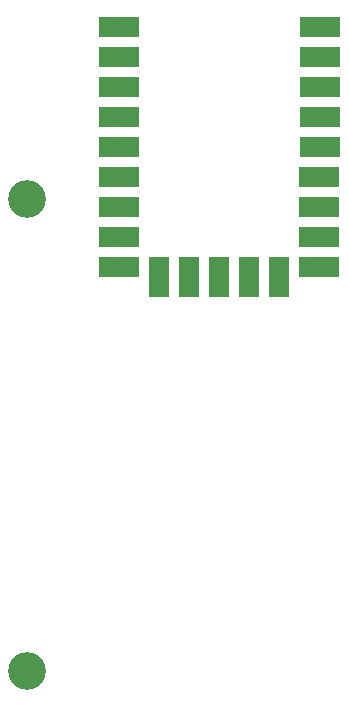
<source format=gbr>
G04 #@! TF.GenerationSoftware,KiCad,Pcbnew,8.0.6*
G04 #@! TF.CreationDate,2024-11-16T10:55:05+01:00*
G04 #@! TF.ProjectId,MCUPCB,4d435550-4342-42e6-9b69-6361645f7063,rev?*
G04 #@! TF.SameCoordinates,Original*
G04 #@! TF.FileFunction,Soldermask,Bot*
G04 #@! TF.FilePolarity,Negative*
%FSLAX46Y46*%
G04 Gerber Fmt 4.6, Leading zero omitted, Abs format (unit mm)*
G04 Created by KiCad (PCBNEW 8.0.6) date 2024-11-16 10:55:05*
%MOMM*%
%LPD*%
G01*
G04 APERTURE LIST*
%ADD10C,3.200000*%
%ADD11R,3.500000X1.700000*%
%ADD12C,1.000000*%
%ADD13R,1.700000X3.500000*%
G04 APERTURE END LIST*
D10*
G04 #@! TO.C,REF\u002A\u002A*
X110878200Y-75150000D03*
G04 #@! TD*
G04 #@! TO.C,REF\u002A\u002A*
X110878200Y-115150000D03*
G04 #@! TD*
D11*
G04 #@! TO.C,U1*
X135650000Y-60584500D03*
D12*
X134750000Y-60584500D03*
D11*
X135650000Y-63124500D03*
D12*
X134750000Y-63124500D03*
D11*
X135650000Y-65664500D03*
D12*
X134750000Y-65664500D03*
D11*
X135650000Y-68204500D03*
D12*
X134750000Y-68204500D03*
D11*
X135650000Y-70744500D03*
D12*
X134750000Y-70744500D03*
D11*
X135600000Y-73284500D03*
D12*
X134750000Y-73284500D03*
D11*
X135600000Y-75824500D03*
D12*
X134750000Y-75824500D03*
D11*
X135600000Y-78364500D03*
D12*
X134750000Y-78364500D03*
D11*
X135600000Y-80904500D03*
D12*
X134750000Y-80904500D03*
X119510000Y-60584500D03*
D11*
X118610000Y-60584500D03*
D12*
X119510000Y-63124500D03*
D11*
X118610000Y-63124500D03*
D12*
X119510000Y-65664500D03*
D11*
X118610000Y-65664500D03*
D12*
X119510000Y-68204500D03*
D11*
X118610000Y-68204500D03*
D12*
X119510000Y-70744500D03*
D11*
X118610000Y-70744500D03*
D12*
X119510000Y-73284500D03*
D11*
X118610000Y-73284500D03*
D12*
X119510000Y-75824500D03*
D11*
X118610000Y-75824500D03*
D12*
X119510000Y-78364500D03*
D11*
X118610000Y-78364500D03*
D12*
X119510000Y-80904500D03*
D11*
X118610000Y-80904500D03*
D13*
X132210000Y-81804500D03*
D12*
X132210000Y-80904500D03*
D13*
X129670000Y-81754500D03*
D12*
X129670000Y-80904500D03*
D13*
X127130000Y-81754500D03*
D12*
X127130000Y-80904500D03*
D13*
X124590000Y-81754500D03*
D12*
X124590000Y-80904500D03*
D13*
X122050000Y-81754500D03*
D12*
X122050000Y-80904500D03*
G04 #@! TD*
M02*

</source>
